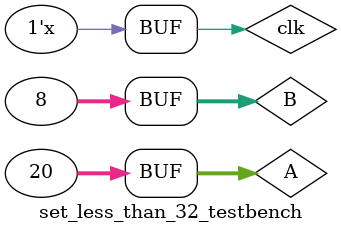
<source format=v>
`timescale 1 ps / 1 ps

module set_less_than_32_testbench();

reg [31:0] A;
reg [31:0] B;
wire [31:0] Out;
	
	reg clk;
	
	set_less_than_32 SLT(.A(A) , .B(B) , .OUT(Out));
	
	always 
		begin 
			#2 clk = ~clk;
		end
	
	initial 
		begin 
			A = 32'd20;
			B = 32'd8;
			
		end


endmodule

</source>
